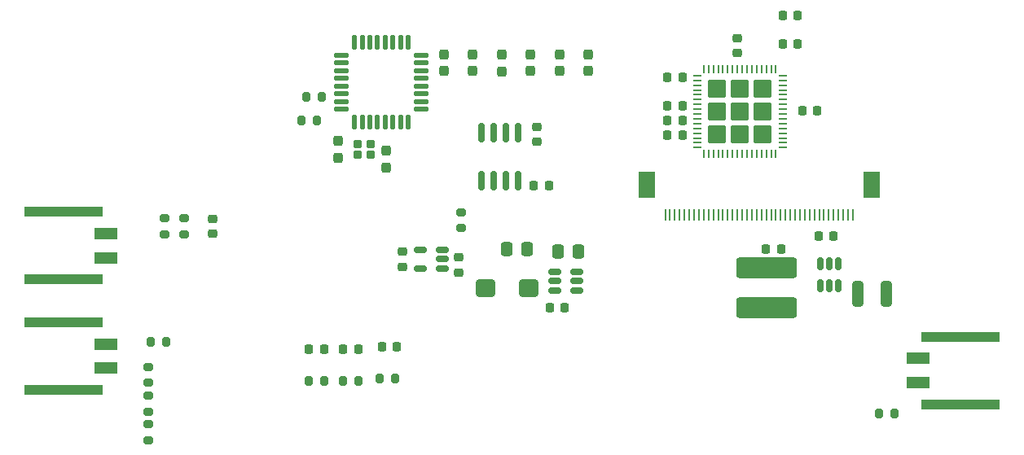
<source format=gbr>
%TF.GenerationSoftware,KiCad,Pcbnew,9.0.7*%
%TF.CreationDate,2026-02-11T01:53:08-08:00*%
%TF.ProjectId,steering_wheel,73746565-7269-46e6-975f-776865656c2e,rev?*%
%TF.SameCoordinates,Original*%
%TF.FileFunction,Paste,Top*%
%TF.FilePolarity,Positive*%
%FSLAX46Y46*%
G04 Gerber Fmt 4.6, Leading zero omitted, Abs format (unit mm)*
G04 Created by KiCad (PCBNEW 9.0.7) date 2026-02-11 01:53:08*
%MOMM*%
%LPD*%
G01*
G04 APERTURE LIST*
G04 Aperture macros list*
%AMRoundRect*
0 Rectangle with rounded corners*
0 $1 Rounding radius*
0 $2 $3 $4 $5 $6 $7 $8 $9 X,Y pos of 4 corners*
0 Add a 4 corners polygon primitive as box body*
4,1,4,$2,$3,$4,$5,$6,$7,$8,$9,$2,$3,0*
0 Add four circle primitives for the rounded corners*
1,1,$1+$1,$2,$3*
1,1,$1+$1,$4,$5*
1,1,$1+$1,$6,$7*
1,1,$1+$1,$8,$9*
0 Add four rect primitives between the rounded corners*
20,1,$1+$1,$2,$3,$4,$5,0*
20,1,$1+$1,$4,$5,$6,$7,0*
20,1,$1+$1,$6,$7,$8,$9,0*
20,1,$1+$1,$8,$9,$2,$3,0*%
G04 Aperture macros list end*
%ADD10R,2.489200X1.244600*%
%ADD11R,8.204200X1.092200*%
%ADD12RoundRect,0.225000X0.225000X0.250000X-0.225000X0.250000X-0.225000X-0.250000X0.225000X-0.250000X0*%
%ADD13RoundRect,0.250000X-0.337500X-0.475000X0.337500X-0.475000X0.337500X0.475000X-0.337500X0.475000X0*%
%ADD14RoundRect,0.225000X-0.225000X-0.250000X0.225000X-0.250000X0.225000X0.250000X-0.225000X0.250000X0*%
%ADD15RoundRect,0.200000X-0.275000X0.200000X-0.275000X-0.200000X0.275000X-0.200000X0.275000X0.200000X0*%
%ADD16RoundRect,0.237500X-0.237500X0.300000X-0.237500X-0.300000X0.237500X-0.300000X0.237500X0.300000X0*%
%ADD17RoundRect,0.200000X-0.200000X-0.275000X0.200000X-0.275000X0.200000X0.275000X-0.200000X0.275000X0*%
%ADD18RoundRect,0.250000X-0.312500X-1.075000X0.312500X-1.075000X0.312500X1.075000X-0.312500X1.075000X0*%
%ADD19R,0.254000X1.295400*%
%ADD20R,1.727200X2.794000*%
%ADD21RoundRect,0.250000X0.337500X0.475000X-0.337500X0.475000X-0.337500X-0.475000X0.337500X-0.475000X0*%
%ADD22RoundRect,0.200000X0.200000X0.275000X-0.200000X0.275000X-0.200000X-0.275000X0.200000X-0.275000X0*%
%ADD23RoundRect,0.225000X0.250000X-0.225000X0.250000X0.225000X-0.250000X0.225000X-0.250000X-0.225000X0*%
%ADD24RoundRect,0.237500X0.237500X-0.287500X0.237500X0.287500X-0.237500X0.287500X-0.237500X-0.287500X0*%
%ADD25RoundRect,0.150000X0.150000X-0.512500X0.150000X0.512500X-0.150000X0.512500X-0.150000X-0.512500X0*%
%ADD26RoundRect,0.249999X-0.710001X0.710001X-0.710001X-0.710001X0.710001X-0.710001X0.710001X0.710001X0*%
%ADD27RoundRect,0.062500X-0.062500X0.350000X-0.062500X-0.350000X0.062500X-0.350000X0.062500X0.350000X0*%
%ADD28RoundRect,0.062500X-0.350000X0.062500X-0.350000X-0.062500X0.350000X-0.062500X0.350000X0.062500X0*%
%ADD29RoundRect,0.237500X0.237500X-0.300000X0.237500X0.300000X-0.237500X0.300000X-0.237500X-0.300000X0*%
%ADD30RoundRect,0.200000X0.275000X-0.200000X0.275000X0.200000X-0.275000X0.200000X-0.275000X-0.200000X0*%
%ADD31RoundRect,0.150000X0.512500X0.150000X-0.512500X0.150000X-0.512500X-0.150000X0.512500X-0.150000X0*%
%ADD32RoundRect,0.200000X0.250000X0.200000X-0.250000X0.200000X-0.250000X-0.200000X0.250000X-0.200000X0*%
%ADD33RoundRect,0.250000X0.750000X0.650000X-0.750000X0.650000X-0.750000X-0.650000X0.750000X-0.650000X0*%
%ADD34RoundRect,0.322500X2.827500X-0.752500X2.827500X0.752500X-2.827500X0.752500X-2.827500X-0.752500X0*%
%ADD35RoundRect,0.150000X-0.150000X0.825000X-0.150000X-0.825000X0.150000X-0.825000X0.150000X0.825000X0*%
%ADD36RoundRect,0.125000X0.125000X-0.625000X0.125000X0.625000X-0.125000X0.625000X-0.125000X-0.625000X0*%
%ADD37RoundRect,0.125000X0.625000X-0.125000X0.625000X0.125000X-0.625000X0.125000X-0.625000X-0.125000X0*%
%ADD38RoundRect,0.225000X-0.250000X0.225000X-0.250000X-0.225000X0.250000X-0.225000X0.250000X0.225000X0*%
G04 APERTURE END LIST*
D10*
%TO.C,J5*%
X10389998Y-22229999D03*
X10389998Y-19729999D03*
D11*
X6000000Y-17459998D03*
X6000000Y-24500000D03*
%TD*%
D12*
%TO.C,C24*%
X86000000Y-8500000D03*
X84450000Y-8500000D03*
%TD*%
D13*
%TO.C,C1*%
X57382500Y-10160000D03*
X59457500Y-10160000D03*
%TD*%
D12*
%TO.C,C13*%
X70275000Y2000000D03*
X68725000Y2000000D03*
%TD*%
D14*
%TO.C,C15*%
X82725000Y4500000D03*
X84275000Y4500000D03*
%TD*%
D15*
%TO.C,R6*%
X14732000Y-28107000D03*
X14732000Y-29757000D03*
%TD*%
D12*
%TO.C,C14*%
X70275000Y8000000D03*
X68725000Y8000000D03*
%TD*%
D16*
%TO.C,C22*%
X48500000Y10362500D03*
X48500000Y8637500D03*
%TD*%
D14*
%TO.C,C2*%
X56479000Y-16002000D03*
X58029000Y-16002000D03*
%TD*%
D17*
%TO.C,R4*%
X15000000Y-19500000D03*
X16650000Y-19500000D03*
%TD*%
D14*
%TO.C,C10*%
X68725000Y3500000D03*
X70275000Y3500000D03*
%TD*%
D18*
%TO.C,R11*%
X88537500Y-14500000D03*
X91462500Y-14500000D03*
%TD*%
D10*
%TO.C,J6*%
X94816601Y-21250000D03*
X94816601Y-23750000D03*
D11*
X99206599Y-26020001D03*
X99206599Y-18979999D03*
%TD*%
D16*
%TO.C,C23*%
X45500000Y10362500D03*
X45500000Y8637500D03*
%TD*%
D19*
%TO.C,J4*%
X88000000Y-6277800D03*
X87499998Y-6277800D03*
X86999999Y-6277800D03*
X86500000Y-6277800D03*
X85999999Y-6277800D03*
X85500000Y-6277800D03*
X84999998Y-6277800D03*
X84499999Y-6277800D03*
X84000000Y-6277800D03*
X83499999Y-6277800D03*
X83000000Y-6277800D03*
X82499998Y-6277800D03*
X81999999Y-6277800D03*
X81500000Y-6277800D03*
X80999999Y-6277800D03*
X80500000Y-6277800D03*
X79999998Y-6277800D03*
X79499999Y-6277800D03*
X79000000Y-6277800D03*
X78499999Y-6277800D03*
X77999999Y-6277800D03*
X77499998Y-6277800D03*
X76999999Y-6277800D03*
X76500000Y-6277800D03*
X75999998Y-6277800D03*
X75499999Y-6277800D03*
X74999998Y-6277800D03*
X74499999Y-6277800D03*
X74000000Y-6277800D03*
X73499998Y-6277800D03*
X72999999Y-6277800D03*
X72500000Y-6277800D03*
X71999999Y-6277800D03*
X71500000Y-6277800D03*
X70999998Y-6277800D03*
X70499999Y-6277800D03*
X70000000Y-6277800D03*
X69499999Y-6277800D03*
X69000000Y-6277800D03*
X68499998Y-6277800D03*
D20*
X89939998Y-3197801D03*
X66560000Y-3197801D03*
%TD*%
D12*
%TO.C,C11*%
X70275000Y5000000D03*
X68725000Y5000000D03*
%TD*%
D14*
%TO.C,C6*%
X54838000Y-3302000D03*
X56388000Y-3302000D03*
%TD*%
D21*
%TO.C,C3*%
X54123500Y-9906000D03*
X52048500Y-9906000D03*
%TD*%
D16*
%TO.C,C19*%
X60490000Y10362500D03*
X60490000Y8637500D03*
%TD*%
D22*
%TO.C,R9*%
X40449000Y-23368000D03*
X38799000Y-23368000D03*
%TD*%
D10*
%TO.C,J3*%
X10389998Y-10765199D03*
X10389998Y-8265199D03*
D11*
X6000000Y-5995198D03*
X6000000Y-13035200D03*
%TD*%
D23*
%TO.C,C4*%
X47034000Y-12293000D03*
X47034000Y-10743000D03*
%TD*%
D22*
%TO.C,R7*%
X92325000Y-27000000D03*
X90675000Y-27000000D03*
%TD*%
D24*
%TO.C,FB1*%
X51500000Y8625000D03*
X51500000Y10375000D03*
%TD*%
D25*
%TO.C,U7*%
X84600000Y-13637500D03*
X85550000Y-13637500D03*
X86500000Y-13637500D03*
X86500000Y-11362500D03*
X85550000Y-11362500D03*
X84600000Y-11362500D03*
%TD*%
D16*
%TO.C,C20*%
X57500000Y10362500D03*
X57500000Y8637500D03*
%TD*%
D26*
%TO.C,U4*%
X78630000Y6817500D03*
X76250000Y6817500D03*
X73870000Y6817500D03*
X78630000Y4437500D03*
X76250000Y4437500D03*
X73870000Y4437500D03*
X78630000Y2057500D03*
X76250000Y2057500D03*
X73870000Y2057500D03*
D27*
X80000000Y8875000D03*
X79500000Y8875000D03*
X79000000Y8875000D03*
X78500000Y8875000D03*
X78000000Y8875000D03*
X77500000Y8875000D03*
X77000000Y8875000D03*
X76500000Y8875000D03*
X76000000Y8875000D03*
X75500000Y8875000D03*
X75000000Y8875000D03*
X74500000Y8875000D03*
X74000000Y8875000D03*
X73500000Y8875000D03*
X73000000Y8875000D03*
X72500000Y8875000D03*
D28*
X71812500Y8187500D03*
X71812500Y7687500D03*
X71812500Y7187500D03*
X71812500Y6687500D03*
X71812500Y6187500D03*
X71812500Y5687500D03*
X71812500Y5187500D03*
X71812500Y4687500D03*
X71812500Y4187500D03*
X71812500Y3687500D03*
X71812500Y3187500D03*
X71812500Y2687500D03*
X71812500Y2187500D03*
X71812500Y1687500D03*
X71812500Y1187500D03*
X71812500Y687500D03*
D27*
X72500000Y0D03*
X73000000Y0D03*
X73500000Y0D03*
X74000000Y0D03*
X74500000Y0D03*
X75000000Y0D03*
X75500000Y0D03*
X76000000Y0D03*
X76500000Y0D03*
X77000000Y0D03*
X77500000Y0D03*
X78000000Y0D03*
X78500000Y0D03*
X79000000Y0D03*
X79500000Y0D03*
X80000000Y0D03*
D28*
X80687500Y687500D03*
X80687500Y1187500D03*
X80687500Y1687500D03*
X80687500Y2187500D03*
X80687500Y2687500D03*
X80687500Y3187500D03*
X80687500Y3687500D03*
X80687500Y4187500D03*
X80687500Y4687500D03*
X80687500Y5187500D03*
X80687500Y5687500D03*
X80687500Y6187500D03*
X80687500Y6687500D03*
X80687500Y7187500D03*
X80687500Y7687500D03*
X80687500Y8187500D03*
%TD*%
D15*
%TO.C,R5*%
X14732000Y-22107000D03*
X14732000Y-23757000D03*
%TD*%
D22*
%TO.C,R12*%
X33083000Y-23622000D03*
X31433000Y-23622000D03*
%TD*%
D29*
%TO.C,C16*%
X34500000Y-362500D03*
X34500000Y1362500D03*
%TD*%
D14*
%TO.C,C29*%
X31483000Y-20320000D03*
X33033000Y-20320000D03*
%TD*%
%TO.C,C27*%
X39034000Y-20066000D03*
X40584000Y-20066000D03*
%TD*%
D15*
%TO.C,R17*%
X18500000Y-6675000D03*
X18500000Y-8325000D03*
%TD*%
D14*
%TO.C,C8*%
X80725000Y14460000D03*
X82275000Y14460000D03*
%TD*%
D30*
%TO.C,R18*%
X47244000Y-7683000D03*
X47244000Y-6033000D03*
%TD*%
D31*
%TO.C,U1*%
X59303500Y-14158000D03*
X59303500Y-13208000D03*
X59303500Y-12258000D03*
X57028500Y-12258000D03*
X57028500Y-13208000D03*
X57028500Y-14158000D03*
%TD*%
D16*
%TO.C,C17*%
X39500000Y362500D03*
X39500000Y-1362500D03*
%TD*%
D23*
%TO.C,C26*%
X21500000Y-8275000D03*
X21500000Y-6725000D03*
%TD*%
D32*
%TO.C,Y1*%
X37900000Y1050000D03*
X36500000Y1050000D03*
X36500000Y-50000D03*
X37900000Y-50000D03*
%TD*%
D14*
%TO.C,C9*%
X80725000Y11500000D03*
X82275000Y11500000D03*
%TD*%
D22*
%TO.C,R1*%
X32325000Y3500000D03*
X30675000Y3500000D03*
%TD*%
D33*
%TO.C,L1*%
X54320000Y-13970000D03*
X49820000Y-13970000D03*
%TD*%
D15*
%TO.C,R3*%
X14732000Y-25107000D03*
X14732000Y-26757000D03*
%TD*%
D22*
%TO.C,R10*%
X36639000Y-23622000D03*
X34989000Y-23622000D03*
%TD*%
D34*
%TO.C,L2*%
X79000000Y-16000000D03*
X79000000Y-11850000D03*
%TD*%
D35*
%TO.C,U3*%
X53213000Y2221000D03*
X51943000Y2221000D03*
X50673000Y2221000D03*
X49403000Y2221000D03*
X49403000Y-2729000D03*
X50673000Y-2729000D03*
X51943000Y-2729000D03*
X53213000Y-2729000D03*
%TD*%
D31*
%TO.C,U2*%
X45333500Y-11872000D03*
X45333500Y-10922000D03*
X45333500Y-9972000D03*
X43058500Y-9972000D03*
X43058500Y-11872000D03*
%TD*%
D36*
%TO.C,U5*%
X36200000Y3325000D03*
X37000000Y3325000D03*
X37800000Y3325000D03*
X38600000Y3325000D03*
X39400000Y3325000D03*
X40200000Y3325000D03*
X41000000Y3325000D03*
X41800000Y3325000D03*
D37*
X43175000Y4700000D03*
X43175000Y5500000D03*
X43175000Y6300000D03*
X43175000Y7100000D03*
X43175000Y7900000D03*
X43175000Y8700000D03*
X43175000Y9500000D03*
X43175000Y10300000D03*
D36*
X41800000Y11675000D03*
X41000000Y11675000D03*
X40200000Y11675000D03*
X39400000Y11675000D03*
X38600000Y11675000D03*
X37800000Y11675000D03*
X37000000Y11675000D03*
X36200000Y11675000D03*
D37*
X34825000Y10300000D03*
X34825000Y9500000D03*
X34825000Y8700000D03*
X34825000Y7900000D03*
X34825000Y7100000D03*
X34825000Y6300000D03*
X34825000Y5500000D03*
X34825000Y4700000D03*
%TD*%
D14*
%TO.C,C28*%
X35039000Y-20320000D03*
X36589000Y-20320000D03*
%TD*%
%TO.C,C25*%
X78981000Y-9906000D03*
X80531000Y-9906000D03*
%TD*%
D23*
%TO.C,C12*%
X76000000Y10500000D03*
X76000000Y12050000D03*
%TD*%
%TO.C,C5*%
X41196000Y-11697000D03*
X41196000Y-10147000D03*
%TD*%
D17*
%TO.C,R2*%
X31175000Y6000000D03*
X32825000Y6000000D03*
%TD*%
D38*
%TO.C,C7*%
X55118000Y2820000D03*
X55118000Y1270000D03*
%TD*%
D16*
%TO.C,C21*%
X54500000Y10362500D03*
X54500000Y8637500D03*
%TD*%
D30*
%TO.C,R8*%
X16500000Y-8325000D03*
X16500000Y-6675000D03*
%TD*%
M02*

</source>
